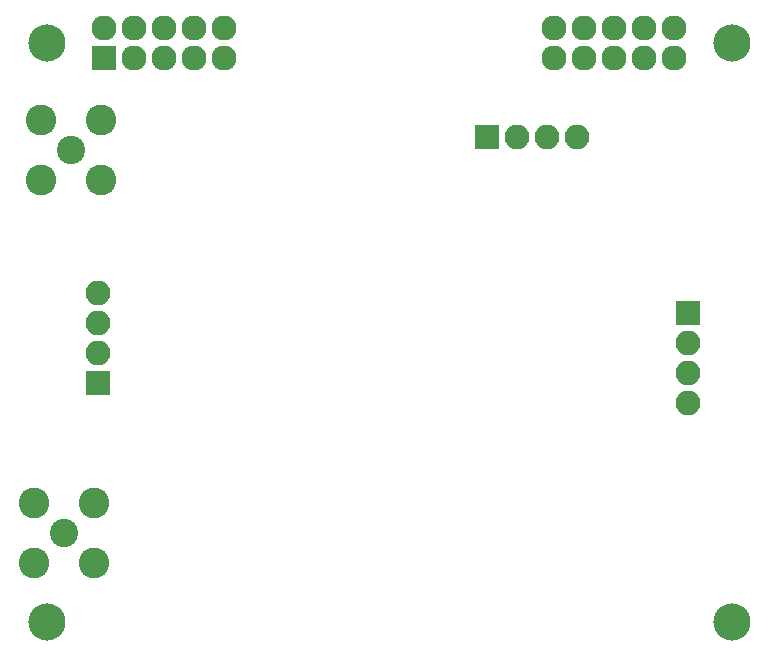
<source format=gbs>
G04 #@! TF.FileFunction,Soldermask,Bot*
%FSLAX46Y46*%
G04 Gerber Fmt 4.6, Leading zero omitted, Abs format (unit mm)*
G04 Created by KiCad (PCBNEW 4.0.7) date 01/27/18 12:09:31*
%MOMM*%
%LPD*%
G01*
G04 APERTURE LIST*
%ADD10C,0.100000*%
%ADD11R,2.100000X2.100000*%
%ADD12O,2.100000X2.100000*%
%ADD13C,2.600000*%
%ADD14C,2.400000*%
%ADD15C,3.150000*%
%ADD16R,2.127200X2.127200*%
%ADD17C,2.127200*%
G04 APERTURE END LIST*
D10*
D11*
X82169000Y-66421000D03*
D12*
X82169000Y-63881000D03*
X82169000Y-61341000D03*
X82169000Y-58801000D03*
D11*
X132080000Y-60452000D03*
D12*
X132080000Y-62992000D03*
X132080000Y-65532000D03*
X132080000Y-68072000D03*
D13*
X77317600Y-49174400D03*
X77317600Y-44094400D03*
X82397600Y-44094400D03*
X82397600Y-49174400D03*
D14*
X79857600Y-46634400D03*
D11*
X115062000Y-45593000D03*
D12*
X117602000Y-45593000D03*
X120142000Y-45593000D03*
X122682000Y-45593000D03*
D13*
X76708000Y-81661000D03*
X76708000Y-76581000D03*
X81788000Y-76581000D03*
X81788000Y-81661000D03*
D14*
X79248000Y-79121000D03*
D15*
X77807000Y-86603000D03*
X135807000Y-37603000D03*
X77807000Y-37603000D03*
X135807000Y-86603000D03*
D16*
X82677000Y-38873000D03*
D17*
X82677000Y-36333000D03*
X85217000Y-38873000D03*
X85217000Y-36333000D03*
X87757000Y-38873000D03*
X87757000Y-36333000D03*
X90297000Y-38873000D03*
X90297000Y-36333000D03*
X92837000Y-38873000D03*
X92837000Y-36333000D03*
X120777000Y-38873000D03*
X120777000Y-36333000D03*
X123317000Y-38873000D03*
X123317000Y-36333000D03*
X125857000Y-38873000D03*
X125857000Y-36333000D03*
X128397000Y-38873000D03*
X128397000Y-36333000D03*
X130937000Y-38873000D03*
X130937000Y-36333000D03*
M02*

</source>
